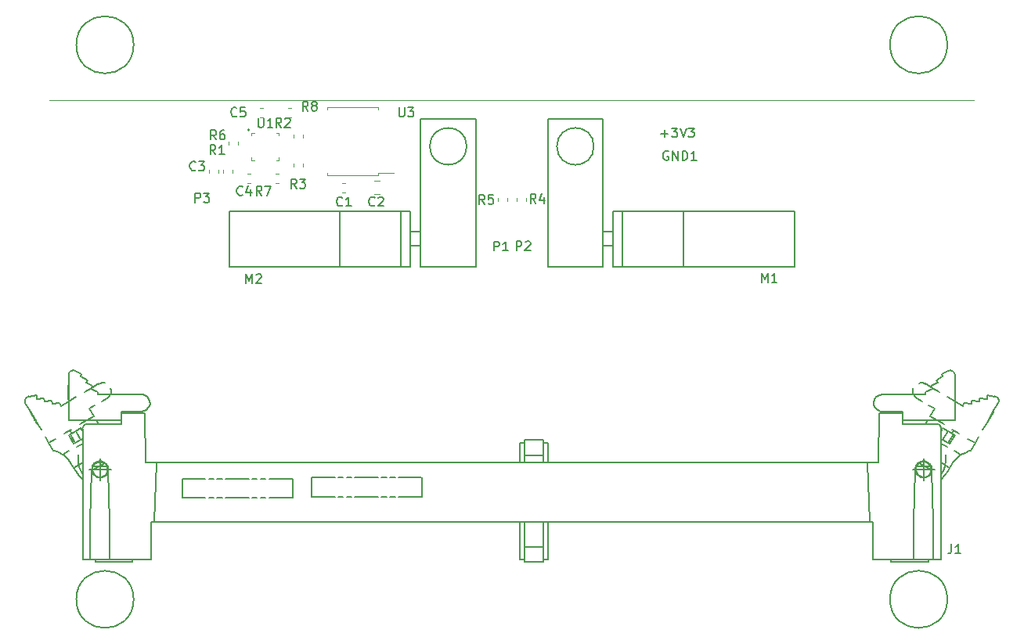
<source format=gbr>
G04 #@! TF.GenerationSoftware,KiCad,Pcbnew,5.1.5+dfsg1-2build2*
G04 #@! TF.CreationDate,2021-03-31T10:31:05+02:00*
G04 #@! TF.ProjectId,ModulAdapterMagnet,4d6f6475-6c41-4646-9170-7465724d6167,rev?*
G04 #@! TF.SameCoordinates,Original*
G04 #@! TF.FileFunction,Legend,Top*
G04 #@! TF.FilePolarity,Positive*
%FSLAX46Y46*%
G04 Gerber Fmt 4.6, Leading zero omitted, Abs format (unit mm)*
G04 Created by KiCad (PCBNEW 5.1.5+dfsg1-2build2) date 2021-03-31 10:31:05*
%MOMM*%
%LPD*%
G04 APERTURE LIST*
%ADD10C,0.100000*%
%ADD11C,0.150000*%
%ADD12C,0.120000*%
G04 APERTURE END LIST*
D10*
X50000000Y-80000000D02*
X150000000Y-80000000D01*
D11*
X81425000Y-97986141D02*
X81425000Y-91986141D01*
X88025000Y-97986141D02*
X88025000Y-91986141D01*
X95125000Y-84986141D02*
G75*
G03X95125000Y-84986141I-2000000J0D01*
G01*
X96125000Y-81986141D02*
X96125000Y-94186141D01*
X90125000Y-81986141D02*
X96125000Y-81986141D01*
X90125000Y-97986141D02*
X90125000Y-81986141D01*
X96125000Y-97986141D02*
X90125000Y-97986141D01*
X96125000Y-95786141D02*
X96125000Y-97986141D01*
X90125000Y-94236141D02*
X89025000Y-94236141D01*
X90125000Y-95736141D02*
X89025000Y-95736141D01*
X96125000Y-94236141D02*
X96125000Y-95736141D01*
X69425000Y-97986141D02*
X69425000Y-91986141D01*
X89025000Y-91986141D02*
X89025000Y-97986141D01*
X69425000Y-91986141D02*
X89025000Y-91986141D01*
X69425000Y-97986141D02*
X89025000Y-97986141D01*
X118575000Y-91986141D02*
X118575000Y-97986141D01*
X111975000Y-91986141D02*
X111975000Y-97986141D01*
X108875000Y-84986141D02*
G75*
G03X108875000Y-84986141I-2000000J0D01*
G01*
X109875000Y-81986141D02*
X109875000Y-94186141D01*
X103875000Y-81986141D02*
X109875000Y-81986141D01*
X103875000Y-97986141D02*
X103875000Y-81986141D01*
X109875000Y-97986141D02*
X103875000Y-97986141D01*
X109875000Y-95786141D02*
X109875000Y-97986141D01*
X109875000Y-95736141D02*
X110975000Y-95736141D01*
X109875000Y-94236141D02*
X110975000Y-94236141D01*
X109875000Y-94236141D02*
X109875000Y-95736141D01*
X130575000Y-91986141D02*
X130575000Y-97986141D01*
X110975000Y-97986141D02*
X110975000Y-91986141D01*
X130575000Y-97986141D02*
X110975000Y-97986141D01*
X130575000Y-91986141D02*
X110975000Y-91986141D01*
D12*
X82804200Y-80719800D02*
X80044200Y-80719800D01*
X80044200Y-80719800D02*
X80044200Y-80994800D01*
X82804200Y-80719800D02*
X85564200Y-80719800D01*
X85564200Y-80719800D02*
X85564200Y-80994800D01*
X82804200Y-88139800D02*
X80044200Y-88139800D01*
X80044200Y-88139800D02*
X80044200Y-87864800D01*
X82804200Y-88139800D02*
X85564200Y-88139800D01*
X85564200Y-88139800D02*
X85564200Y-87864800D01*
X85564200Y-87864800D02*
X87254200Y-87864800D01*
X76159779Y-80795600D02*
X75834221Y-80795600D01*
X76159779Y-81815600D02*
X75834221Y-81815600D01*
D11*
X143824978Y-119500400D02*
X143761378Y-119595600D01*
X144047398Y-119278320D02*
X143824978Y-119500400D01*
X145350108Y-119785940D02*
X145286508Y-119595580D01*
X145350108Y-120008040D02*
X145350108Y-119785940D01*
X144142718Y-119214830D02*
X144047418Y-119278330D01*
X144365138Y-119119630D02*
X144142718Y-119214830D01*
X144619328Y-119119630D02*
X144365138Y-119119630D01*
X144873508Y-119183130D02*
X144619328Y-119119630D01*
X145095928Y-119341770D02*
X144873508Y-119183130D01*
X145286568Y-119595580D02*
X145095928Y-119341770D01*
X145318338Y-120230150D02*
X145381938Y-120008060D01*
X145191248Y-120452240D02*
X145318338Y-120230150D01*
X144937058Y-120674330D02*
X145191248Y-120452240D01*
X144682868Y-120769530D02*
X144937058Y-120674330D01*
X144460458Y-120801230D02*
X144682868Y-120769530D01*
X144206268Y-120706030D02*
X144460458Y-120801230D01*
X143952078Y-120547390D02*
X144206268Y-120706030D01*
X143761438Y-120325300D02*
X143952078Y-120547390D01*
X143697838Y-120071490D02*
X143761438Y-120325300D01*
X143697838Y-119817680D02*
X143697838Y-120071490D01*
X143761438Y-119595580D02*
X143697838Y-119817680D01*
X145381888Y-120008040D02*
X144047398Y-119246590D01*
X53588427Y-115375870D02*
X53556677Y-115534500D01*
X53683747Y-115217230D02*
X53588427Y-115375870D01*
X53874388Y-115058600D02*
X53683747Y-115217230D01*
X54065028Y-115026900D02*
X53874388Y-115058600D01*
X56352744Y-120008020D02*
X56352716Y-119944580D01*
X56289174Y-120261830D02*
X56352744Y-120008020D01*
X56162075Y-120515650D02*
X56289174Y-120261830D01*
X55907893Y-120706010D02*
X56162075Y-120515650D01*
X55685473Y-120801210D02*
X55907893Y-120706010D01*
X55431291Y-120832910D02*
X55685473Y-120801210D01*
X55177101Y-120801210D02*
X55431291Y-120832910D01*
X54954689Y-120642570D02*
X55177101Y-120801210D01*
X54732270Y-120420480D02*
X54954689Y-120642570D01*
X54605179Y-120198400D02*
X54732270Y-120420480D01*
X54605222Y-119944640D02*
X54605179Y-120198400D01*
X54605222Y-119881140D02*
X54605222Y-119944640D01*
X54636972Y-119627330D02*
X54605222Y-119881140D01*
X54764070Y-119373520D02*
X54636972Y-119627330D01*
X55018253Y-119183150D02*
X54764070Y-119373520D01*
X55272443Y-119087950D02*
X55018253Y-119183150D01*
X55494854Y-119056250D02*
X55272443Y-119087950D01*
X55749044Y-119087950D02*
X55494854Y-119056250D01*
X56003234Y-119246590D02*
X55749044Y-119087950D01*
X56225646Y-119468680D02*
X56003234Y-119246590D01*
X56320966Y-119690760D02*
X56225646Y-119468680D01*
X56352716Y-119944580D02*
X56320966Y-119690760D01*
X146080868Y-115058620D02*
X145922008Y-115026920D01*
X146271508Y-115153820D02*
X146080868Y-115058620D01*
X146398608Y-115344180D02*
X146271508Y-115153820D01*
X146430408Y-115534540D02*
X146398608Y-115344180D01*
X145413718Y-120008020D02*
X145413658Y-119944580D01*
X145350118Y-120261830D02*
X145413718Y-120008020D01*
X145223028Y-120515650D02*
X145350118Y-120261830D01*
X144968838Y-120706010D02*
X145223028Y-120515650D01*
X144746418Y-120801210D02*
X144968838Y-120706010D01*
X144492228Y-120832910D02*
X144746418Y-120801210D01*
X144238038Y-120801210D02*
X144492228Y-120832910D01*
X144015628Y-120642570D02*
X144238038Y-120801210D01*
X143761438Y-120420480D02*
X144015628Y-120642570D01*
X143666138Y-120198400D02*
X143761438Y-120420480D01*
X143634388Y-119944640D02*
X143666138Y-120198400D01*
X143634388Y-119881140D02*
X143634388Y-119944640D01*
X143697988Y-119627330D02*
X143634388Y-119881140D01*
X143825078Y-119373520D02*
X143697988Y-119627330D01*
X144079268Y-119183150D02*
X143825078Y-119373520D01*
X144333458Y-119087950D02*
X144079268Y-119183150D01*
X144555868Y-119056250D02*
X144333458Y-119087950D01*
X144810058Y-119087950D02*
X144555868Y-119056250D01*
X145064248Y-119246590D02*
X144810058Y-119087950D01*
X145286658Y-119468680D02*
X145064248Y-119246590D01*
X145381958Y-119690760D02*
X145286658Y-119468680D01*
X145413658Y-119944580D02*
X145381958Y-119690760D01*
X137629158Y-125623700D02*
X137597458Y-125623700D01*
X138677688Y-125623700D02*
X139027198Y-125623700D01*
X137629158Y-125623700D02*
X137851578Y-125623700D01*
X137629158Y-125623700D02*
X137629158Y-125623700D01*
X138677688Y-125623700D02*
X137851578Y-125623700D01*
X138677688Y-125623700D02*
X138455278Y-119151410D01*
X137438518Y-125623700D02*
X137597388Y-125623700D01*
X137247878Y-125623700D02*
X137438518Y-125623700D01*
X137025468Y-125623700D02*
X137247878Y-125623700D01*
X136834828Y-125623700D02*
X137025468Y-125623700D01*
X136644188Y-125623700D02*
X136834828Y-125623700D01*
X136453548Y-125623700D02*
X136644188Y-125623700D01*
X136231138Y-125623700D02*
X136453548Y-125623700D01*
X136040498Y-125623700D02*
X136231138Y-125623700D01*
X135849858Y-125623700D02*
X136040498Y-125623700D01*
X135849858Y-125623700D02*
X135659218Y-125623700D01*
X146430408Y-115534540D02*
X146430408Y-129653020D01*
X143443698Y-125623700D02*
X143634338Y-119912860D01*
X145413658Y-119912860D02*
X145604298Y-125623700D01*
X60324397Y-113853010D02*
X57750749Y-113853010D01*
X60356168Y-119151410D02*
X61563561Y-119151410D01*
X54414539Y-125623700D02*
X54573408Y-119912860D01*
X101343908Y-129653020D02*
X100899076Y-129653020D01*
X101375678Y-129653020D02*
X101343908Y-129653020D01*
X103409178Y-129653020D02*
X103440948Y-129653020D01*
X100899076Y-125623700D02*
X100899076Y-129653020D01*
X101343905Y-129653020D02*
X101343905Y-125623700D01*
X56543356Y-129653020D02*
X60959869Y-129653020D01*
X54414539Y-129653020D02*
X53588427Y-129653020D01*
X54414539Y-129653020D02*
X56543356Y-129653020D01*
X54414539Y-129653020D02*
X54414539Y-125623700D01*
X56543356Y-125623700D02*
X56543356Y-129653020D01*
X53588427Y-129653020D02*
X53588427Y-115534540D01*
X60959869Y-125623700D02*
X60959869Y-129653020D01*
X56543356Y-125623700D02*
X56352716Y-119912860D01*
X143443698Y-129653020D02*
X145604298Y-129653020D01*
X143443698Y-129653020D02*
X139027198Y-129653020D01*
X143443698Y-129653020D02*
X143443698Y-125623700D01*
X139027198Y-125623700D02*
X139027198Y-129653020D01*
X54573408Y-115058640D02*
X54446310Y-115058640D01*
X55272421Y-115058640D02*
X54573408Y-115058640D01*
X55876114Y-115058640D02*
X57750749Y-115058640D01*
X54382768Y-115058640D02*
X54446338Y-115058640D01*
X54382768Y-115058640D02*
X54065028Y-115058640D01*
X61341150Y-125623700D02*
X61976614Y-125623700D01*
X61341150Y-125623700D02*
X61563561Y-119151410D01*
X63946569Y-125623700D02*
X64168980Y-125623700D01*
X63946569Y-125623700D02*
X63755928Y-125623700D01*
X64168980Y-125623700D02*
X93877147Y-125623700D01*
X63565288Y-125623700D02*
X63755928Y-125623700D01*
X63342876Y-125623700D02*
X63565288Y-125623700D01*
X63152236Y-125623700D02*
X63342876Y-125623700D01*
X62961595Y-125623700D02*
X62739176Y-125623700D01*
X62961595Y-125623700D02*
X63152236Y-125623700D01*
X62167254Y-125623700D02*
X61976614Y-125623700D01*
X62357895Y-125623700D02*
X62580314Y-125623700D01*
X62357895Y-125623700D02*
X62167254Y-125623700D01*
X62739176Y-125623700D02*
X62580314Y-125623700D01*
X145604298Y-129653020D02*
X146430408Y-129653020D01*
X61341150Y-125623700D02*
X60959869Y-125623700D01*
X145604298Y-125623700D02*
X145604298Y-129653020D01*
X135659218Y-125623700D02*
X106109920Y-125623700D01*
X145604298Y-115058640D02*
X145922028Y-115058640D01*
X142236318Y-115058640D02*
X144142718Y-115058640D01*
X135849858Y-119151410D02*
X106109920Y-119151410D01*
X139630888Y-119151410D02*
X139694488Y-113853010D01*
X138455278Y-119151410D02*
X137851578Y-119151410D01*
X138455278Y-119151410D02*
X139630888Y-119151410D01*
X137247878Y-119151410D02*
X137629158Y-119151410D01*
X136453548Y-119151410D02*
X136040498Y-119151410D01*
X137025468Y-119151410D02*
X136644188Y-119151410D01*
X137247878Y-119151410D02*
X137025468Y-119151410D01*
X137629158Y-119151410D02*
X137851578Y-119151410D01*
X136453548Y-119151410D02*
X136644188Y-119151410D01*
X135849858Y-119151410D02*
X136040498Y-119151410D01*
X57750749Y-114646180D02*
X57750749Y-113853010D01*
X55876114Y-115058640D02*
X55272421Y-115058640D01*
X57750749Y-115058640D02*
X57750749Y-114646180D01*
X64168980Y-119151410D02*
X98706710Y-119151410D01*
X63342876Y-119151410D02*
X62961595Y-119151410D01*
X63565288Y-119151410D02*
X63946569Y-119151410D01*
X61563561Y-119151410D02*
X62167254Y-119151410D01*
X60356168Y-119151410D02*
X60324418Y-113853010D01*
X62357895Y-119151410D02*
X62739176Y-119151410D01*
X62357895Y-119151410D02*
X62167254Y-119151410D01*
X62961595Y-119151410D02*
X62739176Y-119151410D01*
X101343905Y-117089160D02*
X101375675Y-117089160D01*
X63565288Y-119151410D02*
X63342876Y-119151410D01*
X64168980Y-119151410D02*
X63946569Y-119151410D01*
X103440951Y-117089160D02*
X103885779Y-117089160D01*
X103440951Y-117089160D02*
X103409181Y-117089160D01*
X103885779Y-119151410D02*
X103885779Y-117089160D01*
X103440951Y-117089160D02*
X103440951Y-119151410D01*
X101343905Y-117089160D02*
X100899076Y-117089160D01*
X104680115Y-119151410D02*
X104298834Y-119151410D01*
X104902529Y-119151410D02*
X105283810Y-119151410D01*
X104076420Y-119151410D02*
X100708436Y-119151410D01*
X104298834Y-119151410D02*
X104076420Y-119151410D01*
X104680115Y-119151410D02*
X104902529Y-119151410D01*
X101343905Y-117089160D02*
X101343905Y-119151410D01*
X100899076Y-119151410D02*
X100899076Y-117089160D01*
X105887505Y-119151410D02*
X105506224Y-119151410D01*
X105887505Y-119151410D02*
X106109920Y-119151410D01*
X105283810Y-119151410D02*
X105506224Y-119151410D01*
X100104741Y-119151410D02*
X100517795Y-119151410D01*
X99914100Y-119151410D02*
X99501045Y-119151410D01*
X100517795Y-119151410D02*
X100708436Y-119151410D01*
X99914100Y-119151410D02*
X100104741Y-119151410D01*
X98897350Y-119151410D02*
X99310405Y-119151410D01*
X98897350Y-119151410D02*
X98706710Y-119151410D01*
X99310405Y-119151410D02*
X99501045Y-119151410D01*
X94512616Y-125623700D02*
X94321976Y-125623700D01*
X98897350Y-125623700D02*
X98706710Y-125623700D01*
X100104741Y-125623700D02*
X99914100Y-125623700D01*
X100104741Y-125623700D02*
X100295381Y-125623700D01*
X99310405Y-125623700D02*
X99501045Y-125623700D01*
X99310405Y-125623700D02*
X98897350Y-125623700D01*
X99914100Y-125623700D02*
X99501045Y-125623700D01*
X100295381Y-125623700D02*
X100517795Y-125623700D01*
X95656460Y-125623700D02*
X95529366Y-125623700D01*
X95656460Y-125623700D02*
X98706710Y-125623700D01*
X95116311Y-125623700D02*
X95529366Y-125623700D01*
X94925671Y-125623700D02*
X95116311Y-125623700D01*
X94512616Y-125623700D02*
X94925671Y-125623700D01*
X93908921Y-125623700D02*
X93877151Y-125623700D01*
X94321976Y-125623700D02*
X93908921Y-125623700D01*
X100708436Y-125623700D02*
X100517795Y-125623700D01*
X103885779Y-125623700D02*
X100708436Y-125623700D01*
X104680115Y-125623700D02*
X104902529Y-125623700D01*
X104680115Y-125623700D02*
X104489475Y-125623700D01*
X54541630Y-111124500D02*
X55335971Y-110680320D01*
X53588427Y-115851810D02*
X53366015Y-115502810D01*
X53270695Y-115058640D02*
X54033257Y-114646180D01*
X51586701Y-116073890D02*
X52349263Y-115629720D01*
X52571682Y-109220910D02*
X52381042Y-109252610D01*
X52762323Y-109252610D02*
X52571682Y-109220910D01*
X52444583Y-116042170D02*
X52190401Y-115756630D01*
X53429543Y-120198400D02*
X53588405Y-120452210D01*
X53207124Y-119722490D02*
X53429543Y-120198400D01*
X53111804Y-119278320D02*
X53207124Y-119722490D01*
X53080054Y-118802410D02*
X53111804Y-119278320D01*
X54636930Y-119817680D02*
X54636930Y-120039760D01*
X54700500Y-119595580D02*
X54636930Y-119817680D01*
X56066755Y-119341770D02*
X55971435Y-119278270D01*
X56257395Y-119595580D02*
X56066755Y-119341770D01*
X67759381Y-122990370D02*
X67251009Y-122990370D01*
X68712584Y-122990370D02*
X68140662Y-122990370D01*
X52031531Y-111632130D02*
X52063281Y-111632130D01*
X52063302Y-111695580D02*
X52031552Y-111695580D01*
X52031531Y-111727310D02*
X52063281Y-111727310D01*
X52031531Y-111632130D02*
X52031531Y-111695630D01*
X52031531Y-111568670D02*
X52031531Y-111441770D01*
X52031531Y-111727310D02*
X52031531Y-111695610D01*
X52031531Y-111727310D02*
X52031531Y-111759010D01*
X52031531Y-111632130D02*
X52031531Y-111568630D01*
X48504659Y-114646180D02*
X48536430Y-114741380D01*
X48472909Y-114646180D02*
X48504659Y-114646180D01*
X48472909Y-114646180D02*
X48409339Y-114582680D01*
X49457883Y-112583980D02*
X49426133Y-112234940D01*
X50252216Y-112520480D02*
X49457883Y-112583980D01*
X50379315Y-117914060D02*
X50538177Y-117945760D01*
X90254976Y-122926910D02*
X87744875Y-122926910D01*
X72843128Y-120928110D02*
X73383279Y-120928110D01*
X71921703Y-120928110D02*
X72461847Y-120928110D01*
X52031531Y-111251410D02*
X52063281Y-111251410D01*
X52063302Y-111283130D02*
X52031552Y-111283130D01*
X52031531Y-111346590D02*
X52063281Y-111346590D01*
X52031531Y-111251410D02*
X52031531Y-111283110D01*
X52031531Y-111251410D02*
X52031531Y-111219710D01*
X52031531Y-111346590D02*
X52031531Y-111283090D01*
X67251009Y-120928110D02*
X67759381Y-120928110D01*
X64359621Y-120928110D02*
X66869727Y-120928110D01*
X143824978Y-119500400D02*
X143761378Y-119595600D01*
X144047398Y-119278320D02*
X143824978Y-119500400D01*
X145350108Y-119785940D02*
X145286508Y-119595580D01*
X145350108Y-120008040D02*
X145350108Y-119785940D01*
X144142718Y-119214830D02*
X144047418Y-119278330D01*
X144365138Y-119119630D02*
X144142718Y-119214830D01*
X147764848Y-109347790D02*
X147574208Y-109252590D01*
X147891938Y-109538150D02*
X147764848Y-109347790D01*
X147955538Y-109728510D02*
X147891938Y-109538150D01*
X147796668Y-115756630D02*
X147574248Y-116042170D01*
X146938758Y-119056230D02*
X146938758Y-118802410D01*
X146843458Y-119500400D02*
X146938758Y-119056230D01*
X144937058Y-120674330D02*
X145191248Y-120452240D01*
X144682868Y-120769530D02*
X144937058Y-120674330D01*
X144460458Y-120801230D02*
X144682868Y-120769530D01*
X144206268Y-120706030D02*
X144460458Y-120801230D01*
X143952078Y-120547390D02*
X144206268Y-120706030D01*
X143761438Y-120325300D02*
X143952078Y-120547390D01*
X53175375Y-120610850D02*
X53588427Y-121023290D01*
X52825865Y-120134940D02*
X53175375Y-120610850D01*
X56448036Y-112044580D02*
X56575135Y-111854210D01*
X50983008Y-118104420D02*
X50538177Y-117945780D01*
X51427839Y-118358210D02*
X50983008Y-118104420D01*
X51554930Y-118453410D02*
X51427839Y-118358210D01*
X52031531Y-118865870D02*
X51554930Y-118453410D01*
X52349263Y-119341770D02*
X52031531Y-118865870D01*
X56225624Y-112234940D02*
X56448036Y-112044580D01*
X55494833Y-110616840D02*
X55335971Y-110712060D01*
X55749023Y-110585140D02*
X55494833Y-110616840D01*
X55971463Y-110585140D02*
X55749023Y-110585140D01*
X48123378Y-113979950D02*
X48059829Y-113884720D01*
X48091628Y-114011650D02*
X48123378Y-113979950D01*
X48059850Y-113884740D02*
X48028100Y-113916440D01*
X145318338Y-110902410D02*
X146049128Y-110553420D01*
X145953808Y-114646180D02*
X142236318Y-114646180D01*
X143411928Y-111854210D02*
X144746418Y-111854210D01*
X143411928Y-111854210D02*
X140043948Y-111854210D01*
X145445428Y-111124500D02*
X145318338Y-110902410D01*
X52063302Y-111568630D02*
X52063302Y-111441770D01*
X52063302Y-111632080D02*
X52063302Y-111568630D01*
X52063302Y-111695610D02*
X52063302Y-111632080D01*
X52063302Y-111727330D02*
X52063302Y-111695610D01*
X52063302Y-111759030D02*
X52063302Y-111727330D01*
X52063302Y-111854210D02*
X52063302Y-111981130D01*
X52063302Y-111854210D02*
X52063302Y-111759010D01*
X52063302Y-112076260D02*
X52063302Y-111981110D01*
X52063302Y-112139760D02*
X52063302Y-112076260D01*
X147923758Y-112330120D02*
X147955558Y-112330120D01*
X147828438Y-115724900D02*
X147796638Y-115756600D01*
X52857643Y-115788350D02*
X52253943Y-116137350D01*
X52794094Y-117089160D02*
X53397786Y-116771890D01*
X146621048Y-115502810D02*
X146430408Y-115851810D01*
X145445428Y-111124500D02*
X144682868Y-110680320D01*
X144682868Y-115058640D02*
X144937058Y-114646180D01*
X55463062Y-121118470D02*
X55463062Y-118770690D01*
X49870935Y-117057430D02*
X50665276Y-116613250D01*
X49870935Y-117057430D02*
X50379315Y-117914060D01*
X54319218Y-113345380D02*
X54922911Y-112996380D01*
X54319218Y-113345380D02*
X54827591Y-114202010D01*
X48345810Y-114487550D02*
X48314060Y-114392350D01*
X48472909Y-114646180D02*
X48536479Y-114741380D01*
X48441131Y-114551000D02*
X48409381Y-114582700D01*
X73383279Y-122990370D02*
X72843128Y-122990370D01*
X76274659Y-122990370D02*
X73764560Y-122990370D01*
X48536451Y-114741360D02*
X48568201Y-114836560D01*
X48441131Y-114551000D02*
X48504701Y-114646200D01*
X47996308Y-113757830D02*
X47964558Y-113726130D01*
X52063302Y-110870680D02*
X52031552Y-110870680D01*
X52031531Y-110902410D02*
X52063281Y-110902410D01*
X52063302Y-110997590D02*
X52031552Y-110997590D01*
X52031531Y-110807230D02*
X52063281Y-110807230D01*
X52063302Y-111092770D02*
X52031552Y-111092770D01*
X52031531Y-111759030D02*
X52063281Y-111759030D01*
X52063302Y-111854210D02*
X52031552Y-111854210D01*
X52031531Y-111981130D02*
X52063281Y-111981130D01*
X69062094Y-120928110D02*
X71540422Y-120928110D01*
X68140662Y-120928110D02*
X68712584Y-120928110D01*
X52794094Y-117089160D02*
X52253943Y-116137350D01*
X52857643Y-115788350D02*
X53397786Y-116771890D01*
X50283995Y-112869500D02*
X50252245Y-112520480D01*
X51078328Y-112774300D02*
X50283995Y-112869500D01*
X51237198Y-113059840D02*
X51078328Y-112774300D01*
X52031531Y-110997590D02*
X52031531Y-110902390D01*
X52031531Y-112076310D02*
X52063281Y-112076310D01*
X52063302Y-112139760D02*
X52031552Y-112139760D01*
X52031531Y-112234940D02*
X52063281Y-112234940D01*
X52063302Y-112266670D02*
X52031552Y-112266670D01*
X52031531Y-112330120D02*
X52063281Y-112330120D01*
X52063302Y-111219680D02*
X52031552Y-111219680D01*
X142236318Y-114646180D02*
X142236318Y-113853010D01*
X142236318Y-115058640D02*
X142236318Y-114646180D01*
X52063302Y-110902390D02*
X52063302Y-110870710D01*
X52063302Y-110997570D02*
X52063302Y-110902390D01*
X52063302Y-111092770D02*
X52063302Y-110997570D01*
X52063302Y-111283130D02*
X52063302Y-111346630D01*
X52063302Y-110807230D02*
X52063302Y-109728510D01*
X52063302Y-112552210D02*
X52063302Y-114646180D01*
X54668729Y-110902410D02*
X53937937Y-110553420D01*
X54541630Y-111124500D02*
X54668729Y-110902410D01*
X54033257Y-114646180D02*
X52063302Y-114646180D01*
X52063302Y-112552210D02*
X52857643Y-112108030D01*
X47964529Y-113726110D02*
X47392607Y-112774300D01*
X48250490Y-114202010D02*
X48218740Y-114233710D01*
X56638677Y-119912860D02*
X54287447Y-119912860D01*
X144523998Y-121118470D02*
X144523998Y-118770690D01*
X143348378Y-119912860D02*
X145699618Y-119912860D01*
X52158623Y-115724900D02*
X52190373Y-115756600D01*
X76274659Y-120928110D02*
X76274659Y-122990370D01*
X73764560Y-120928110D02*
X76274659Y-120928110D01*
X47360836Y-112583940D02*
X47392586Y-112774300D01*
X47360837Y-112425300D02*
X47360836Y-112583940D01*
X47456157Y-112234940D02*
X47360837Y-112425300D01*
X47615026Y-112076350D02*
X47456157Y-112234940D01*
X47805667Y-112012850D02*
X47615026Y-112076350D01*
X87395367Y-122926910D02*
X86823445Y-122926910D01*
X82692899Y-122926910D02*
X82120977Y-122926910D01*
X86473937Y-122926910D02*
X85902016Y-122926910D01*
X53588427Y-116644980D02*
X53397786Y-116771890D01*
X147955538Y-110807230D02*
X147923738Y-110807230D01*
X56003213Y-110585140D02*
X55971463Y-110585140D01*
X56670427Y-111378310D02*
X56606885Y-111187950D01*
X56638705Y-111632130D02*
X56670427Y-111378310D01*
X56575135Y-111854210D02*
X56638705Y-111632130D01*
X52031531Y-112234940D02*
X52031531Y-112266640D01*
X52031531Y-112139760D02*
X52031531Y-112076260D01*
X52031531Y-112266670D02*
X52031531Y-112330170D01*
X52031531Y-112076310D02*
X52031531Y-111981110D01*
X52031531Y-112139760D02*
X52031531Y-112234960D01*
X52031531Y-111441790D02*
X52063281Y-111441770D01*
X52031531Y-111346590D02*
X52031531Y-111441790D01*
X52031531Y-110838960D02*
X52063281Y-110838960D01*
X52126852Y-117945780D02*
X51427839Y-118358230D01*
X53588427Y-117120880D02*
X52921185Y-117501600D01*
X48631751Y-114963400D02*
X48695341Y-114963460D01*
X48695321Y-115026940D02*
X48631751Y-114963400D01*
X48695321Y-115058640D02*
X48695321Y-115026940D01*
X52635224Y-117184360D02*
X52063302Y-116264250D01*
X52794094Y-117089160D02*
X52635224Y-117184360D01*
X54033257Y-114646180D02*
X57750749Y-114646180D01*
X55240650Y-111854210D02*
X55240650Y-111536950D01*
X56575135Y-111854210D02*
X55240650Y-111854210D01*
X57750749Y-113662650D02*
X59943116Y-113662650D01*
X54096807Y-110267870D02*
X53937937Y-110553420D01*
X54096807Y-110267870D02*
X53366015Y-109918870D01*
X54509859Y-111219680D02*
X55240650Y-111536950D01*
X52063302Y-111568670D02*
X52031552Y-111568670D01*
X144746418Y-115058640D02*
X144142718Y-115058640D01*
X145413658Y-115058640D02*
X144746418Y-115058640D01*
X145540748Y-115058640D02*
X145604348Y-115058640D01*
X142236318Y-113853010D02*
X139694438Y-113853010D01*
X142236318Y-114646180D02*
X142236318Y-113853010D01*
X142236318Y-115058640D02*
X142236318Y-114646180D01*
X137629158Y-125623700D02*
X137851578Y-125623700D01*
X137025468Y-125623700D02*
X137247878Y-125623700D01*
X136453548Y-125623700D02*
X136644188Y-125623700D01*
X136040498Y-125623700D02*
X135849858Y-125623700D01*
X64168980Y-125623700D02*
X63946569Y-125623700D01*
X63565288Y-125623700D02*
X63342876Y-125623700D01*
X62739176Y-125623700D02*
X62961595Y-125623700D01*
X48186948Y-114106830D02*
X48186948Y-114106830D01*
X48218698Y-114138530D02*
X48186969Y-114138550D01*
X48186920Y-114106830D02*
X48218698Y-114138530D01*
X71540422Y-122990370D02*
X69062094Y-122990370D01*
X72461847Y-122990370D02*
X71921703Y-122990370D01*
X52063302Y-112266670D02*
X52063302Y-112234970D01*
X52063302Y-112266670D02*
X52063302Y-112330170D01*
X52063302Y-112139760D02*
X52063302Y-112234960D01*
X52063302Y-111251430D02*
X52063302Y-111219710D01*
X52063302Y-111283130D02*
X52063302Y-111251430D01*
X52063302Y-111346590D02*
X52063302Y-111441790D01*
X52063302Y-111092770D02*
X52063302Y-111219680D01*
X52063302Y-110838960D02*
X52063302Y-110870660D01*
X52063302Y-110838960D02*
X52063302Y-110807260D01*
X151387068Y-111949400D02*
X151387068Y-112298390D01*
X151387068Y-111949400D02*
X152213168Y-112044600D01*
X152022508Y-113726130D02*
X151291748Y-115026900D01*
X152054308Y-113757830D02*
X152022508Y-113726130D01*
X52063302Y-112552210D02*
X51237198Y-113059840D01*
X54033257Y-114646180D02*
X54827591Y-114202010D01*
X47996308Y-113821290D02*
X48028058Y-113916490D01*
X48059850Y-113884740D02*
X48028100Y-113821240D01*
X48028079Y-113916470D02*
X48091649Y-114011670D01*
X48409360Y-114519280D02*
X48409360Y-114519280D01*
X48314039Y-114392370D02*
X48345789Y-114392370D01*
X48345810Y-114487550D02*
X48377560Y-114487550D01*
X49108373Y-115661450D02*
X48727092Y-115026900D01*
X49870935Y-117057430D02*
X49521433Y-116422890D01*
X55590174Y-120769530D02*
X55844364Y-120706030D01*
X55335991Y-120769530D02*
X55590174Y-120769530D01*
X55081801Y-120706030D02*
X55335991Y-120769530D01*
X54859390Y-120515670D02*
X55081801Y-120706030D01*
X54700520Y-120261850D02*
X54859390Y-120515670D01*
X54636950Y-120008040D02*
X54700520Y-120261850D01*
X60070257Y-111854110D02*
X59943166Y-111854110D01*
X60324447Y-111917610D02*
X60070257Y-111854110D01*
X60546858Y-112076240D02*
X60324447Y-111917610D01*
X52603453Y-119754220D02*
X52825865Y-120134940D01*
X53588427Y-119183130D02*
X52603453Y-119754220D01*
X53779067Y-111568670D02*
X54541630Y-111124500D01*
X62167254Y-125623700D02*
X62357895Y-125623700D01*
X100517795Y-125623700D02*
X100708436Y-125623700D01*
X100104741Y-125623700D02*
X99914100Y-125623700D01*
X98706710Y-125623700D02*
X98897350Y-125623700D01*
X99501045Y-125623700D02*
X99310405Y-125623700D01*
X105887505Y-125623700D02*
X106109920Y-125623700D01*
X104902529Y-125623700D02*
X104680115Y-125623700D01*
X105506224Y-125623700D02*
X105283810Y-125623700D01*
X104298834Y-125623700D02*
X104076420Y-125623700D01*
X52095081Y-109538170D02*
X52063331Y-109728530D01*
X52222172Y-109347810D02*
X52095081Y-109538170D01*
X52381042Y-109252610D02*
X52222172Y-109347810D01*
X144746418Y-111854210D02*
X144746418Y-111536950D01*
X145540748Y-115058640D02*
X145604348Y-115058640D01*
X53366015Y-115502810D02*
X52857643Y-115788350D01*
X55653703Y-112583940D02*
X56225624Y-112234940D01*
X64359621Y-122990370D02*
X64359621Y-120928110D01*
X66869727Y-122990370D02*
X64391400Y-122990370D01*
X54764049Y-119500400D02*
X54700479Y-119595600D01*
X54986460Y-119278320D02*
X54764049Y-119500400D01*
X55240650Y-119151410D02*
X54986460Y-119278320D01*
X55463062Y-119087910D02*
X55240650Y-119151410D01*
X55717252Y-119151410D02*
X55463062Y-119087910D01*
X55971434Y-119278320D02*
X55717252Y-119151410D01*
X56289166Y-119785940D02*
X56225596Y-119595580D01*
X56289166Y-120039760D02*
X56289166Y-119785940D01*
X56257416Y-120293580D02*
X56289166Y-120039760D01*
X56066775Y-120515670D02*
X56257416Y-120293580D01*
X55844364Y-120706030D02*
X56066775Y-120515670D01*
X47996308Y-113789550D02*
X48028058Y-113821250D01*
X47996308Y-113757830D02*
X47932738Y-113757830D01*
X47996308Y-113821290D02*
X48028058Y-113821290D01*
X147701348Y-119214860D02*
X147637748Y-119341770D01*
X148082628Y-118738960D02*
X147701348Y-119214860D01*
X148559228Y-118358230D02*
X148082628Y-118738960D01*
X143602568Y-112108030D02*
X143793208Y-112234940D01*
X143443698Y-111854210D02*
X143602568Y-112108030D01*
X52031531Y-111854230D02*
X52031531Y-111981130D01*
X52031531Y-111759030D02*
X52031531Y-111854230D01*
X52031531Y-110838960D02*
X52031531Y-110870660D01*
X52031531Y-110838960D02*
X52031531Y-110807260D01*
X52031531Y-110902410D02*
X52031531Y-110870710D01*
X52031531Y-111092770D02*
X52031531Y-110997570D01*
X52031531Y-111092770D02*
X52031531Y-111219680D01*
X54573408Y-115058640D02*
X54446310Y-115058640D01*
X54573408Y-115058640D02*
X55272421Y-115058640D01*
X54382768Y-115058640D02*
X54446338Y-115058640D01*
X53080054Y-118358230D02*
X53080054Y-118802410D01*
X53493107Y-109601610D02*
X52794094Y-109252610D01*
X56257395Y-119595580D02*
X54700500Y-119595580D01*
X47996308Y-113789530D02*
X47964558Y-113789550D01*
X47996308Y-113757830D02*
X47996308Y-113789530D01*
X47996308Y-113821290D02*
X47964558Y-113789590D01*
X105093170Y-125623700D02*
X104902529Y-125623700D01*
X105887505Y-125623700D02*
X106109920Y-125623700D01*
X105506224Y-125623700D02*
X105283810Y-125623700D01*
X105696865Y-125623700D02*
X105506224Y-125623700D01*
X105696865Y-125623700D02*
X105887505Y-125623700D01*
X105093170Y-125623700D02*
X105283810Y-125623700D01*
X103440951Y-125623700D02*
X103440951Y-129653020D01*
X104076420Y-125623700D02*
X103885779Y-125623700D01*
X104298834Y-125623700D02*
X104489475Y-125623700D01*
X104076420Y-125623700D02*
X104298834Y-125623700D01*
X103885779Y-129653020D02*
X103885779Y-125623700D01*
X103885779Y-129653020D02*
X103440951Y-129653020D01*
X145413658Y-115058640D02*
X145540748Y-115058640D01*
X141028918Y-129970290D02*
X145032378Y-129970290D01*
X54954689Y-129653020D02*
X54954689Y-129970290D01*
X58958142Y-129970290D02*
X58958142Y-129653020D01*
X54954689Y-129970290D02*
X58958142Y-129970290D01*
X147383568Y-109220890D02*
X147224698Y-109252590D01*
X147574208Y-109252590D02*
X147383568Y-109220890D01*
X145477208Y-111219680D02*
X145445408Y-111124480D01*
X144142718Y-115058640D02*
X144746418Y-115058640D01*
X147923758Y-112552210D02*
X147923758Y-112330120D01*
X145413658Y-115058640D02*
X145540748Y-115058640D01*
X146716368Y-119976310D02*
X146843458Y-119500400D01*
X146430408Y-120452210D02*
X146716368Y-119976310D01*
X139916808Y-113662640D02*
X140043898Y-113662640D01*
X139694388Y-113567440D02*
X139916808Y-113662640D01*
X139440208Y-113408800D02*
X139694388Y-113567440D01*
X139249568Y-113186710D02*
X139440208Y-113408800D01*
X78371713Y-122926910D02*
X78371713Y-120769480D01*
X146875228Y-120547390D02*
X147161198Y-120134940D01*
X146430408Y-121023290D02*
X146875228Y-120547390D01*
X143380078Y-111695580D02*
X143443758Y-111854210D01*
X143348358Y-111441770D02*
X143380078Y-111695580D01*
X143380158Y-111219720D02*
X143348358Y-111441770D01*
X143697838Y-120071490D02*
X143761438Y-120325300D01*
X143697838Y-119817680D02*
X143697838Y-120071490D01*
X143761438Y-119595580D02*
X143697838Y-119817680D01*
X147955538Y-112330120D02*
X147955538Y-110807230D01*
X145953808Y-114646180D02*
X147923758Y-114646180D01*
X144619328Y-119119630D02*
X144365138Y-119119630D01*
X144873508Y-119183130D02*
X144619328Y-119119630D01*
X145095928Y-119341770D02*
X144873508Y-119183130D01*
X145286568Y-119595580D02*
X145095928Y-119341770D01*
X145318338Y-120230150D02*
X145381938Y-120008060D01*
X145191248Y-120452240D02*
X145318338Y-120230150D01*
X85552508Y-122926910D02*
X83042407Y-122926910D01*
X80850040Y-122926910D02*
X78371713Y-122926910D01*
X81771469Y-122926910D02*
X81231321Y-122926910D01*
X99501045Y-119151410D02*
X99310405Y-119151410D01*
X100104741Y-119151410D02*
X99914100Y-119151410D01*
X103409178Y-116771890D02*
X103409178Y-117089160D01*
X101375678Y-117089160D02*
X101375678Y-116771890D01*
X103409178Y-117089160D02*
X103409178Y-118421690D01*
X146049128Y-110553420D02*
X145922028Y-110267870D01*
X136040498Y-119151410D02*
X135849858Y-119151410D01*
X137629158Y-119151410D02*
X137851578Y-119151410D01*
X137025468Y-119151410D02*
X137247878Y-119151410D01*
X136453548Y-119151410D02*
X136644188Y-119151410D01*
X150560958Y-112583940D02*
X150560958Y-112234940D01*
X149448878Y-117945780D02*
X149607748Y-117914080D01*
X146716368Y-115058640D02*
X145953808Y-114646180D01*
X148400358Y-116073890D02*
X147637798Y-115629720D01*
X142236318Y-113853010D02*
X142236318Y-113662650D01*
X144746418Y-115058640D02*
X145413658Y-115058640D01*
X48345810Y-114487550D02*
X48377560Y-114455850D01*
X48377589Y-114487550D02*
X48409339Y-114519250D01*
X48377589Y-114487550D02*
X48409339Y-114487550D01*
X48282240Y-114265490D02*
X48345839Y-114392370D01*
X48250490Y-114297190D02*
X48282240Y-114265490D01*
X48250469Y-114297230D02*
X48314060Y-114392390D01*
X48218719Y-114233730D02*
X48186969Y-114138530D01*
X48409360Y-114519280D02*
X48441110Y-114550980D01*
X48409360Y-114519280D02*
X48409360Y-114487580D01*
X146938778Y-118358230D02*
X146938778Y-118802410D01*
X145922028Y-110267870D02*
X146621048Y-109918870D01*
X142236318Y-113662650D02*
X140043948Y-113662650D01*
X145286568Y-119595580D02*
X143761438Y-119595580D01*
X145477208Y-111219680D02*
X144746418Y-111536950D01*
X86823445Y-120769480D02*
X87395367Y-120769480D01*
X85902016Y-120769480D02*
X86473937Y-120769480D01*
X147383608Y-119754220D02*
X146430408Y-119183130D01*
X147383608Y-119754220D02*
X147637798Y-119341770D01*
X147383608Y-119754220D02*
X147161198Y-120134940D01*
X147192968Y-117089160D02*
X147383608Y-117184360D01*
X83042407Y-120769480D02*
X85552508Y-120769480D01*
X82120977Y-120769480D02*
X82692899Y-120769480D01*
X53366015Y-109918870D02*
X53493107Y-109601610D01*
X54636930Y-119817680D02*
X54636930Y-120039760D01*
X54700500Y-119595580D02*
X54636930Y-119817680D01*
X56066755Y-119341770D02*
X55971435Y-119278270D01*
X56257395Y-119595580D02*
X56066755Y-119341770D01*
X54764049Y-119500400D02*
X54700479Y-119595600D01*
X54986460Y-119278320D02*
X54764049Y-119500400D01*
X147764898Y-116137350D02*
X147161198Y-115788350D01*
X147383608Y-117184340D02*
X147923758Y-116264250D01*
X147764898Y-116137350D02*
X147192968Y-117089160D01*
X147764898Y-116137350D02*
X147923758Y-116264250D01*
X146493948Y-109601610D02*
X146621048Y-109918870D01*
X146493948Y-109601610D02*
X147192968Y-109252610D01*
X147923758Y-112552210D02*
X147923758Y-114646180D01*
X147923758Y-110807230D02*
X147923758Y-112330120D01*
X147923758Y-110807230D02*
X147923758Y-109728510D01*
X152657998Y-112393570D02*
X152530908Y-112203210D01*
X152658048Y-112583940D02*
X152657998Y-112393570D01*
X152594448Y-112774300D02*
X152658048Y-112583940D01*
X149004058Y-118136150D02*
X148527458Y-118358230D01*
X149448878Y-117945780D02*
X149004058Y-118136150D01*
X56066775Y-120515670D02*
X56257416Y-120293580D01*
X55844364Y-120706030D02*
X56066775Y-120515670D01*
X55590174Y-120769530D02*
X55844364Y-120706030D01*
X55335991Y-120769530D02*
X55590174Y-120769530D01*
X55081801Y-120706030D02*
X55335991Y-120769530D01*
X54859390Y-120515670D02*
X55081801Y-120706030D01*
X54700520Y-120261850D02*
X54859390Y-120515670D01*
X63946569Y-119151410D02*
X64168980Y-119151410D01*
X63342876Y-119151410D02*
X63565288Y-119151410D01*
X62739176Y-119151410D02*
X62961595Y-119151410D01*
X62357895Y-119151410D02*
X62167254Y-119151410D01*
X105887505Y-119151410D02*
X106109920Y-119151410D01*
X55240650Y-119151410D02*
X54986460Y-119278320D01*
X55463062Y-119087910D02*
X55240650Y-119151410D01*
X55717252Y-119151410D02*
X55463062Y-119087910D01*
X55971434Y-119278320D02*
X55717252Y-119151410D01*
X56289166Y-119785940D02*
X56225596Y-119595580D01*
X56289166Y-120039760D02*
X56289166Y-119785940D01*
X56257416Y-120293580D02*
X56289166Y-120039760D01*
X144365138Y-112583940D02*
X143761438Y-112234940D01*
X145699618Y-113345380D02*
X145095928Y-112996380D01*
X147161198Y-115788350D02*
X146621048Y-115502810D01*
X146589268Y-116771890D02*
X147161198Y-115788350D01*
X146430408Y-116644980D02*
X146589268Y-116771890D01*
X57750749Y-113853010D02*
X57750749Y-114646180D01*
X57750749Y-113853010D02*
X57750749Y-113662650D01*
X55876114Y-115058640D02*
X55272421Y-115058640D01*
X57750749Y-114646180D02*
X57750749Y-115058640D01*
X56575135Y-111854210D02*
X59943116Y-111854210D01*
X54541630Y-111124500D02*
X54509880Y-111219700D01*
X101375678Y-129970290D02*
X101375678Y-128320490D01*
X103409178Y-128320490D02*
X103409178Y-129970290D01*
X101375678Y-128320490D02*
X103409178Y-128320490D01*
X103409178Y-129970290D02*
X101375678Y-129970290D01*
X141028918Y-129653020D02*
X141028918Y-129970290D01*
X145032378Y-129970290D02*
X145032378Y-129653020D01*
X48536451Y-114741360D02*
X48536451Y-114741360D01*
X48600000Y-114836540D02*
X48568250Y-114836540D01*
X48600000Y-114836540D02*
X48631750Y-114900040D01*
X143380158Y-111156220D02*
X143380158Y-111219720D01*
X144206268Y-110585140D02*
X144015628Y-110616840D01*
X144460458Y-110585140D02*
X144206268Y-110585140D01*
X144682868Y-110712040D02*
X144460458Y-110585140D01*
X151291748Y-115026900D02*
X150910468Y-115661450D01*
X150560958Y-112583940D02*
X149734838Y-112520440D01*
X151291748Y-115026900D02*
X151291748Y-115058600D01*
X148908738Y-112774300D02*
X149734838Y-112869500D01*
X48695321Y-114995180D02*
X48695321Y-114963480D01*
X48727092Y-115026900D02*
X48695342Y-115058600D01*
X48218719Y-114233730D02*
X48250469Y-114297230D01*
X48282269Y-114265460D02*
X48250519Y-114201960D01*
X48536451Y-114741360D02*
X48600021Y-114836560D01*
X78371713Y-120769480D02*
X80850040Y-120769480D01*
X47932758Y-113757830D02*
X47964508Y-113726130D01*
X47932758Y-113757830D02*
X47964508Y-113789530D01*
X48600000Y-111949400D02*
X47805667Y-112044600D01*
X48218719Y-114138550D02*
X48250469Y-114202050D01*
X48155170Y-114106830D02*
X48186920Y-114138530D01*
X48155170Y-114106830D02*
X48186920Y-114106830D01*
X90254976Y-120769480D02*
X90254976Y-122926910D01*
X87744875Y-120769480D02*
X90223203Y-120769480D01*
X147129418Y-112108030D02*
X147923758Y-112552210D01*
X145445428Y-111124500D02*
X146207988Y-111568670D01*
X145191248Y-114202010D02*
X145699618Y-113345380D01*
X145191248Y-114202010D02*
X145953808Y-114646180D01*
X105283810Y-119151410D02*
X105506224Y-119151410D01*
X104680115Y-119151410D02*
X104902529Y-119151410D01*
X104076420Y-119151410D02*
X104298834Y-119151410D01*
X98897350Y-119151410D02*
X98706710Y-119151410D01*
X100517795Y-119151410D02*
X100708436Y-119151410D01*
X150116118Y-117057430D02*
X149321788Y-116613250D01*
X147891988Y-117945780D02*
X148559228Y-118358230D01*
X146430408Y-117120880D02*
X147065868Y-117501600D01*
X147192968Y-117089160D02*
X146589268Y-116771890D01*
X48155198Y-114106850D02*
X48186920Y-114106830D01*
X48091628Y-114011650D02*
X48155198Y-114106850D01*
X48186948Y-114106830D02*
X48123378Y-113979920D01*
X48631771Y-112298390D02*
X48600021Y-111949400D01*
X48631771Y-112298390D02*
X49426112Y-112234890D01*
X48695341Y-114963460D02*
X48631751Y-114899960D01*
X152054308Y-113757830D02*
X151291748Y-115058640D01*
X152022528Y-113726110D02*
X152594448Y-112774300D01*
X150116118Y-117057430D02*
X149607748Y-117914060D01*
X150465628Y-116422890D02*
X150116118Y-117057430D01*
X54636950Y-120008040D02*
X54700520Y-120261850D01*
X52349263Y-119341770D02*
X52603453Y-119754220D01*
X52253943Y-116137350D02*
X52063302Y-116264250D01*
X55971434Y-119246590D02*
X54636950Y-120008040D01*
X55304192Y-115058640D02*
X55050010Y-114646180D01*
X148781638Y-113059840D02*
X148908738Y-112774300D01*
X148781638Y-113059840D02*
X147923758Y-112552210D01*
X150560958Y-112234940D02*
X151387068Y-112298440D01*
X149734838Y-112520480D02*
X149734838Y-112869480D01*
X48409360Y-114519280D02*
X48409360Y-114582780D01*
X48377560Y-114455870D02*
X48409339Y-114487520D01*
X48345810Y-114392370D02*
X48377560Y-114455870D01*
X101375678Y-118421690D02*
X101375678Y-117089160D01*
X101375678Y-118421690D02*
X103409178Y-118421690D01*
X103409178Y-116771890D02*
X101375678Y-116771890D01*
X152372038Y-112076310D02*
X152213168Y-112012810D01*
X152530908Y-112203210D02*
X152372038Y-112076310D01*
X81231321Y-120769480D02*
X81771469Y-120769480D01*
X48695321Y-114995180D02*
X48727071Y-115026880D01*
X48695321Y-114995180D02*
X48695321Y-115026880D01*
X139154268Y-112932890D02*
X139249568Y-113186710D01*
X139154268Y-112679080D02*
X139154268Y-112932890D01*
X139186068Y-112456990D02*
X139154268Y-112679080D01*
X139313158Y-112203180D02*
X139186068Y-112456990D01*
X139567348Y-112012820D02*
X139313158Y-112203180D01*
X139789758Y-111885910D02*
X139567348Y-112012820D01*
X140043948Y-111854210D02*
X139789758Y-111885910D01*
X60737499Y-112330060D02*
X60546858Y-112076240D01*
X60832819Y-112552140D02*
X60737499Y-112330060D01*
X60864569Y-112805960D02*
X60832819Y-112552140D01*
X60800999Y-113059780D02*
X60864569Y-112805960D01*
X60673908Y-113281860D02*
X60800999Y-113059780D01*
X60451489Y-113503950D02*
X60673908Y-113281860D01*
X60197306Y-113599150D02*
X60451489Y-113503950D01*
X59943116Y-113662650D02*
X60197306Y-113599150D01*
X52063302Y-112330120D02*
X52063302Y-112552210D01*
X48600000Y-114900000D02*
X48568250Y-114836500D01*
X48600000Y-114900000D02*
X48631750Y-114900000D01*
X48600000Y-114900000D02*
X48631750Y-114963500D01*
X59100000Y-74000000D02*
G75*
G03X59100000Y-74000000I-3100000J0D01*
G01*
X147100000Y-74000000D02*
G75*
G03X147100000Y-74000000I-3100000J0D01*
G01*
X59100000Y-134000000D02*
G75*
G03X59100000Y-134000000I-3100000J0D01*
G01*
X147100000Y-134000000D02*
G75*
G03X147100000Y-134000000I-3100000J0D01*
G01*
D10*
X74830000Y-83514000D02*
X74530000Y-83514000D01*
X74830000Y-83514000D02*
X74830000Y-83814000D01*
X71830000Y-83514000D02*
X72130000Y-83514000D01*
X71830000Y-83514000D02*
X71830000Y-83814000D01*
X74830000Y-86514000D02*
X74830000Y-86214000D01*
X74830000Y-86514000D02*
X74530000Y-86514000D01*
X71830000Y-86514000D02*
X72130000Y-86514000D01*
X71830000Y-86514000D02*
X71830000Y-86214000D01*
X71671421Y-83214000D02*
G75*
G03X71671421Y-83214000I-141421J0D01*
G01*
D12*
X85161822Y-88749000D02*
X85678978Y-88749000D01*
X85161822Y-90169000D02*
X85678978Y-90169000D01*
X77396000Y-86883221D02*
X77396000Y-87208779D01*
X76376000Y-86883221D02*
X76376000Y-87208779D01*
X74437221Y-87907600D02*
X74762779Y-87907600D01*
X74437221Y-88927600D02*
X74762779Y-88927600D01*
X81625421Y-88949000D02*
X81950979Y-88949000D01*
X81625421Y-89969000D02*
X81950979Y-89969000D01*
X67232000Y-87843779D02*
X67232000Y-87518221D01*
X68252000Y-87843779D02*
X68252000Y-87518221D01*
X71714779Y-87907600D02*
X71389221Y-87907600D01*
X71714779Y-88927600D02*
X71389221Y-88927600D01*
X73111779Y-80795600D02*
X72786221Y-80795600D01*
X73111779Y-81815600D02*
X72786221Y-81815600D01*
X68756000Y-87843779D02*
X68756000Y-87518221D01*
X69776000Y-87843779D02*
X69776000Y-87518221D01*
X77396000Y-83708221D02*
X77396000Y-84033779D01*
X76376000Y-83708221D02*
X76376000Y-84033779D01*
X101526000Y-90891779D02*
X101526000Y-90566221D01*
X100506000Y-90891779D02*
X100506000Y-90566221D01*
X98474000Y-90891779D02*
X98474000Y-90566221D01*
X99494000Y-90891779D02*
X99494000Y-90566221D01*
X69391000Y-84470221D02*
X69391000Y-84795779D01*
X70411000Y-84470221D02*
X70411000Y-84795779D01*
D11*
X71250476Y-99817380D02*
X71250476Y-98817380D01*
X71583809Y-99531666D01*
X71917142Y-98817380D01*
X71917142Y-99817380D01*
X72345714Y-98912619D02*
X72393333Y-98865000D01*
X72488571Y-98817380D01*
X72726666Y-98817380D01*
X72821904Y-98865000D01*
X72869523Y-98912619D01*
X72917142Y-99007857D01*
X72917142Y-99103095D01*
X72869523Y-99245952D01*
X72298095Y-99817380D01*
X72917142Y-99817380D01*
X127003476Y-99690380D02*
X127003476Y-98690380D01*
X127336809Y-99404666D01*
X127670142Y-98690380D01*
X127670142Y-99690380D01*
X128670142Y-99690380D02*
X128098714Y-99690380D01*
X128384428Y-99690380D02*
X128384428Y-98690380D01*
X128289190Y-98833238D01*
X128193952Y-98928476D01*
X128098714Y-98976095D01*
X87808095Y-80783380D02*
X87808095Y-81592904D01*
X87855714Y-81688142D01*
X87903333Y-81735761D01*
X87998571Y-81783380D01*
X88189047Y-81783380D01*
X88284285Y-81735761D01*
X88331904Y-81688142D01*
X88379523Y-81592904D01*
X88379523Y-80783380D01*
X88760476Y-80783380D02*
X89379523Y-80783380D01*
X89046190Y-81164333D01*
X89189047Y-81164333D01*
X89284285Y-81211952D01*
X89331904Y-81259571D01*
X89379523Y-81354809D01*
X89379523Y-81592904D01*
X89331904Y-81688142D01*
X89284285Y-81735761D01*
X89189047Y-81783380D01*
X88903333Y-81783380D01*
X88808095Y-81735761D01*
X88760476Y-81688142D01*
X77963933Y-81148380D02*
X77630600Y-80672190D01*
X77392504Y-81148380D02*
X77392504Y-80148380D01*
X77773457Y-80148380D01*
X77868695Y-80196000D01*
X77916314Y-80243619D01*
X77963933Y-80338857D01*
X77963933Y-80481714D01*
X77916314Y-80576952D01*
X77868695Y-80624571D01*
X77773457Y-80672190D01*
X77392504Y-80672190D01*
X78535361Y-80576952D02*
X78440123Y-80529333D01*
X78392504Y-80481714D01*
X78344885Y-80386476D01*
X78344885Y-80338857D01*
X78392504Y-80243619D01*
X78440123Y-80196000D01*
X78535361Y-80148380D01*
X78725838Y-80148380D01*
X78821076Y-80196000D01*
X78868695Y-80243619D01*
X78916314Y-80338857D01*
X78916314Y-80386476D01*
X78868695Y-80481714D01*
X78821076Y-80529333D01*
X78725838Y-80576952D01*
X78535361Y-80576952D01*
X78440123Y-80624571D01*
X78392504Y-80672190D01*
X78344885Y-80767428D01*
X78344885Y-80957904D01*
X78392504Y-81053142D01*
X78440123Y-81100761D01*
X78535361Y-81148380D01*
X78725838Y-81148380D01*
X78821076Y-81100761D01*
X78868695Y-81053142D01*
X78916314Y-80957904D01*
X78916314Y-80767428D01*
X78868695Y-80672190D01*
X78821076Y-80624571D01*
X78725838Y-80576952D01*
X147545666Y-128027380D02*
X147545666Y-128741666D01*
X147498047Y-128884523D01*
X147402809Y-128979761D01*
X147259952Y-129027380D01*
X147164714Y-129027380D01*
X148545666Y-129027380D02*
X147974238Y-129027380D01*
X148259952Y-129027380D02*
X148259952Y-128027380D01*
X148164714Y-128170238D01*
X148069476Y-128265476D01*
X147974238Y-128313095D01*
X116145095Y-83624928D02*
X116907000Y-83624928D01*
X116526047Y-84005880D02*
X116526047Y-83243976D01*
X117287952Y-83005880D02*
X117907000Y-83005880D01*
X117573666Y-83386833D01*
X117716523Y-83386833D01*
X117811761Y-83434452D01*
X117859380Y-83482071D01*
X117907000Y-83577309D01*
X117907000Y-83815404D01*
X117859380Y-83910642D01*
X117811761Y-83958261D01*
X117716523Y-84005880D01*
X117430809Y-84005880D01*
X117335571Y-83958261D01*
X117287952Y-83910642D01*
X118192714Y-83005880D02*
X118526047Y-84005880D01*
X118859380Y-83005880D01*
X119097476Y-83005880D02*
X119716523Y-83005880D01*
X119383190Y-83386833D01*
X119526047Y-83386833D01*
X119621285Y-83434452D01*
X119668904Y-83482071D01*
X119716523Y-83577309D01*
X119716523Y-83815404D01*
X119668904Y-83910642D01*
X119621285Y-83958261D01*
X119526047Y-84005880D01*
X119240333Y-84005880D01*
X119145095Y-83958261D01*
X119097476Y-83910642D01*
X116922904Y-85530000D02*
X116827666Y-85482380D01*
X116684809Y-85482380D01*
X116541952Y-85530000D01*
X116446714Y-85625238D01*
X116399095Y-85720476D01*
X116351476Y-85910952D01*
X116351476Y-86053809D01*
X116399095Y-86244285D01*
X116446714Y-86339523D01*
X116541952Y-86434761D01*
X116684809Y-86482380D01*
X116780047Y-86482380D01*
X116922904Y-86434761D01*
X116970523Y-86387142D01*
X116970523Y-86053809D01*
X116780047Y-86053809D01*
X117399095Y-86482380D02*
X117399095Y-85482380D01*
X117970523Y-86482380D01*
X117970523Y-85482380D01*
X118446714Y-86482380D02*
X118446714Y-85482380D01*
X118684809Y-85482380D01*
X118827666Y-85530000D01*
X118922904Y-85625238D01*
X118970523Y-85720476D01*
X119018142Y-85910952D01*
X119018142Y-86053809D01*
X118970523Y-86244285D01*
X118922904Y-86339523D01*
X118827666Y-86434761D01*
X118684809Y-86482380D01*
X118446714Y-86482380D01*
X119970523Y-86482380D02*
X119399095Y-86482380D01*
X119684809Y-86482380D02*
X119684809Y-85482380D01*
X119589571Y-85625238D01*
X119494333Y-85720476D01*
X119399095Y-85768095D01*
X72568095Y-81926380D02*
X72568095Y-82735904D01*
X72615714Y-82831142D01*
X72663333Y-82878761D01*
X72758571Y-82926380D01*
X72949047Y-82926380D01*
X73044285Y-82878761D01*
X73091904Y-82831142D01*
X73139523Y-82735904D01*
X73139523Y-81926380D01*
X74139523Y-82926380D02*
X73568095Y-82926380D01*
X73853809Y-82926380D02*
X73853809Y-81926380D01*
X73758571Y-82069238D01*
X73663333Y-82164476D01*
X73568095Y-82212095D01*
X85177533Y-91365542D02*
X85129914Y-91413161D01*
X84987057Y-91460780D01*
X84891819Y-91460780D01*
X84748961Y-91413161D01*
X84653723Y-91317923D01*
X84606104Y-91222685D01*
X84558485Y-91032209D01*
X84558485Y-90889352D01*
X84606104Y-90698876D01*
X84653723Y-90603638D01*
X84748961Y-90508400D01*
X84891819Y-90460780D01*
X84987057Y-90460780D01*
X85129914Y-90508400D01*
X85177533Y-90556019D01*
X85558485Y-90556019D02*
X85606104Y-90508400D01*
X85701342Y-90460780D01*
X85939438Y-90460780D01*
X86034676Y-90508400D01*
X86082295Y-90556019D01*
X86129914Y-90651257D01*
X86129914Y-90746495D01*
X86082295Y-90889352D01*
X85510866Y-91460780D01*
X86129914Y-91460780D01*
X76719333Y-89530380D02*
X76386000Y-89054190D01*
X76147904Y-89530380D02*
X76147904Y-88530380D01*
X76528857Y-88530380D01*
X76624095Y-88578000D01*
X76671714Y-88625619D01*
X76719333Y-88720857D01*
X76719333Y-88863714D01*
X76671714Y-88958952D01*
X76624095Y-89006571D01*
X76528857Y-89054190D01*
X76147904Y-89054190D01*
X77052666Y-88530380D02*
X77671714Y-88530380D01*
X77338380Y-88911333D01*
X77481238Y-88911333D01*
X77576476Y-88958952D01*
X77624095Y-89006571D01*
X77671714Y-89101809D01*
X77671714Y-89339904D01*
X77624095Y-89435142D01*
X77576476Y-89482761D01*
X77481238Y-89530380D01*
X77195523Y-89530380D01*
X77100285Y-89482761D01*
X77052666Y-89435142D01*
X65759304Y-91054380D02*
X65759304Y-90054380D01*
X66140257Y-90054380D01*
X66235495Y-90102000D01*
X66283114Y-90149619D01*
X66330733Y-90244857D01*
X66330733Y-90387714D01*
X66283114Y-90482952D01*
X66235495Y-90530571D01*
X66140257Y-90578190D01*
X65759304Y-90578190D01*
X66664066Y-90054380D02*
X67283114Y-90054380D01*
X66949780Y-90435333D01*
X67092638Y-90435333D01*
X67187876Y-90482952D01*
X67235495Y-90530571D01*
X67283114Y-90625809D01*
X67283114Y-90863904D01*
X67235495Y-90959142D01*
X67187876Y-91006761D01*
X67092638Y-91054380D01*
X66806923Y-91054380D01*
X66711685Y-91006761D01*
X66664066Y-90959142D01*
X72960133Y-90292380D02*
X72626800Y-89816190D01*
X72388704Y-90292380D02*
X72388704Y-89292380D01*
X72769657Y-89292380D01*
X72864895Y-89340000D01*
X72912514Y-89387619D01*
X72960133Y-89482857D01*
X72960133Y-89625714D01*
X72912514Y-89720952D01*
X72864895Y-89768571D01*
X72769657Y-89816190D01*
X72388704Y-89816190D01*
X73293466Y-89292380D02*
X73960133Y-89292380D01*
X73531561Y-90292380D01*
X81672333Y-91365542D02*
X81624714Y-91413161D01*
X81481857Y-91460780D01*
X81386619Y-91460780D01*
X81243761Y-91413161D01*
X81148523Y-91317923D01*
X81100904Y-91222685D01*
X81053285Y-91032209D01*
X81053285Y-90889352D01*
X81100904Y-90698876D01*
X81148523Y-90603638D01*
X81243761Y-90508400D01*
X81386619Y-90460780D01*
X81481857Y-90460780D01*
X81624714Y-90508400D01*
X81672333Y-90556019D01*
X82624714Y-91460780D02*
X82053285Y-91460780D01*
X82339000Y-91460780D02*
X82339000Y-90460780D01*
X82243761Y-90603638D01*
X82148523Y-90698876D01*
X82053285Y-90746495D01*
X65797333Y-87530142D02*
X65749714Y-87577761D01*
X65606857Y-87625380D01*
X65511619Y-87625380D01*
X65368761Y-87577761D01*
X65273523Y-87482523D01*
X65225904Y-87387285D01*
X65178285Y-87196809D01*
X65178285Y-87053952D01*
X65225904Y-86863476D01*
X65273523Y-86768238D01*
X65368761Y-86673000D01*
X65511619Y-86625380D01*
X65606857Y-86625380D01*
X65749714Y-86673000D01*
X65797333Y-86720619D01*
X66130666Y-86625380D02*
X66749714Y-86625380D01*
X66416380Y-87006333D01*
X66559238Y-87006333D01*
X66654476Y-87053952D01*
X66702095Y-87101571D01*
X66749714Y-87196809D01*
X66749714Y-87434904D01*
X66702095Y-87530142D01*
X66654476Y-87577761D01*
X66559238Y-87625380D01*
X66273523Y-87625380D01*
X66178285Y-87577761D01*
X66130666Y-87530142D01*
X70877333Y-90197142D02*
X70829714Y-90244761D01*
X70686857Y-90292380D01*
X70591619Y-90292380D01*
X70448761Y-90244761D01*
X70353523Y-90149523D01*
X70305904Y-90054285D01*
X70258285Y-89863809D01*
X70258285Y-89720952D01*
X70305904Y-89530476D01*
X70353523Y-89435238D01*
X70448761Y-89340000D01*
X70591619Y-89292380D01*
X70686857Y-89292380D01*
X70829714Y-89340000D01*
X70877333Y-89387619D01*
X71734476Y-89625714D02*
X71734476Y-90292380D01*
X71496380Y-89244761D02*
X71258285Y-89959047D01*
X71877333Y-89959047D01*
X70242333Y-81688142D02*
X70194714Y-81735761D01*
X70051857Y-81783380D01*
X69956619Y-81783380D01*
X69813761Y-81735761D01*
X69718523Y-81640523D01*
X69670904Y-81545285D01*
X69623285Y-81354809D01*
X69623285Y-81211952D01*
X69670904Y-81021476D01*
X69718523Y-80926238D01*
X69813761Y-80831000D01*
X69956619Y-80783380D01*
X70051857Y-80783380D01*
X70194714Y-80831000D01*
X70242333Y-80878619D01*
X71147095Y-80783380D02*
X70670904Y-80783380D01*
X70623285Y-81259571D01*
X70670904Y-81211952D01*
X70766142Y-81164333D01*
X71004238Y-81164333D01*
X71099476Y-81211952D01*
X71147095Y-81259571D01*
X71194714Y-81354809D01*
X71194714Y-81592904D01*
X71147095Y-81688142D01*
X71099476Y-81735761D01*
X71004238Y-81783380D01*
X70766142Y-81783380D01*
X70670904Y-81735761D01*
X70623285Y-81688142D01*
X67956333Y-85847380D02*
X67623000Y-85371190D01*
X67384904Y-85847380D02*
X67384904Y-84847380D01*
X67765857Y-84847380D01*
X67861095Y-84895000D01*
X67908714Y-84942619D01*
X67956333Y-85037857D01*
X67956333Y-85180714D01*
X67908714Y-85275952D01*
X67861095Y-85323571D01*
X67765857Y-85371190D01*
X67384904Y-85371190D01*
X68908714Y-85847380D02*
X68337285Y-85847380D01*
X68623000Y-85847380D02*
X68623000Y-84847380D01*
X68527761Y-84990238D01*
X68432523Y-85085476D01*
X68337285Y-85133095D01*
X75068333Y-82926380D02*
X74735000Y-82450190D01*
X74496904Y-82926380D02*
X74496904Y-81926380D01*
X74877857Y-81926380D01*
X74973095Y-81974000D01*
X75020714Y-82021619D01*
X75068333Y-82116857D01*
X75068333Y-82259714D01*
X75020714Y-82354952D01*
X74973095Y-82402571D01*
X74877857Y-82450190D01*
X74496904Y-82450190D01*
X75449285Y-82021619D02*
X75496904Y-81974000D01*
X75592142Y-81926380D01*
X75830238Y-81926380D01*
X75925476Y-81974000D01*
X75973095Y-82021619D01*
X76020714Y-82116857D01*
X76020714Y-82212095D01*
X75973095Y-82354952D01*
X75401666Y-82926380D01*
X76020714Y-82926380D01*
X102601933Y-91130580D02*
X102268600Y-90654390D01*
X102030504Y-91130580D02*
X102030504Y-90130580D01*
X102411457Y-90130580D01*
X102506695Y-90178200D01*
X102554314Y-90225819D01*
X102601933Y-90321057D01*
X102601933Y-90463914D01*
X102554314Y-90559152D01*
X102506695Y-90606771D01*
X102411457Y-90654390D01*
X102030504Y-90654390D01*
X103459076Y-90463914D02*
X103459076Y-91130580D01*
X103220980Y-90082961D02*
X102982885Y-90797247D01*
X103601933Y-90797247D01*
X97064733Y-91232180D02*
X96731400Y-90755990D01*
X96493304Y-91232180D02*
X96493304Y-90232180D01*
X96874257Y-90232180D01*
X96969495Y-90279800D01*
X97017114Y-90327419D01*
X97064733Y-90422657D01*
X97064733Y-90565514D01*
X97017114Y-90660752D01*
X96969495Y-90708371D01*
X96874257Y-90755990D01*
X96493304Y-90755990D01*
X97969495Y-90232180D02*
X97493304Y-90232180D01*
X97445685Y-90708371D01*
X97493304Y-90660752D01*
X97588542Y-90613133D01*
X97826638Y-90613133D01*
X97921876Y-90660752D01*
X97969495Y-90708371D01*
X98017114Y-90803609D01*
X98017114Y-91041704D01*
X97969495Y-91136942D01*
X97921876Y-91184561D01*
X97826638Y-91232180D01*
X97588542Y-91232180D01*
X97493304Y-91184561D01*
X97445685Y-91136942D01*
X68032533Y-84247180D02*
X67699200Y-83770990D01*
X67461104Y-84247180D02*
X67461104Y-83247180D01*
X67842057Y-83247180D01*
X67937295Y-83294800D01*
X67984914Y-83342419D01*
X68032533Y-83437657D01*
X68032533Y-83580514D01*
X67984914Y-83675752D01*
X67937295Y-83723371D01*
X67842057Y-83770990D01*
X67461104Y-83770990D01*
X68889676Y-83247180D02*
X68699200Y-83247180D01*
X68603961Y-83294800D01*
X68556342Y-83342419D01*
X68461104Y-83485276D01*
X68413485Y-83675752D01*
X68413485Y-84056704D01*
X68461104Y-84151942D01*
X68508723Y-84199561D01*
X68603961Y-84247180D01*
X68794438Y-84247180D01*
X68889676Y-84199561D01*
X68937295Y-84151942D01*
X68984914Y-84056704D01*
X68984914Y-83818609D01*
X68937295Y-83723371D01*
X68889676Y-83675752D01*
X68794438Y-83628133D01*
X68603961Y-83628133D01*
X68508723Y-83675752D01*
X68461104Y-83723371D01*
X68413485Y-83818609D01*
X98093504Y-96286780D02*
X98093504Y-95286780D01*
X98474457Y-95286780D01*
X98569695Y-95334400D01*
X98617314Y-95382019D01*
X98664933Y-95477257D01*
X98664933Y-95620114D01*
X98617314Y-95715352D01*
X98569695Y-95762971D01*
X98474457Y-95810590D01*
X98093504Y-95810590D01*
X99617314Y-96286780D02*
X99045885Y-96286780D01*
X99331600Y-96286780D02*
X99331600Y-95286780D01*
X99236361Y-95429638D01*
X99141123Y-95524876D01*
X99045885Y-95572495D01*
X100506504Y-96261380D02*
X100506504Y-95261380D01*
X100887457Y-95261380D01*
X100982695Y-95309000D01*
X101030314Y-95356619D01*
X101077933Y-95451857D01*
X101077933Y-95594714D01*
X101030314Y-95689952D01*
X100982695Y-95737571D01*
X100887457Y-95785190D01*
X100506504Y-95785190D01*
X101458885Y-95356619D02*
X101506504Y-95309000D01*
X101601742Y-95261380D01*
X101839838Y-95261380D01*
X101935076Y-95309000D01*
X101982695Y-95356619D01*
X102030314Y-95451857D01*
X102030314Y-95547095D01*
X101982695Y-95689952D01*
X101411266Y-96261380D01*
X102030314Y-96261380D01*
M02*

</source>
